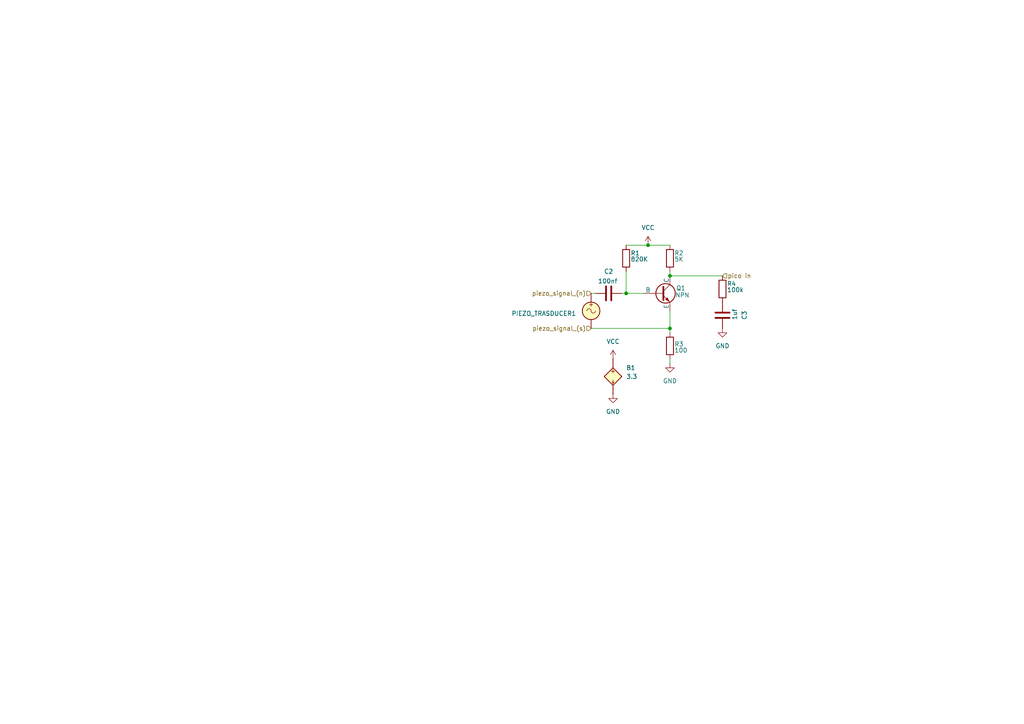
<source format=kicad_sch>
(kicad_sch (version 20250114) (generator "eeschema") (generator_version "9.0")
  (paper "A4")
  (lib_symbols
    (symbol "Device:C" (pin_numbers (hide yes)) (pin_names (offset 0.254))
      (property "Reference" "C" (at 0.635 2.54 0))
      (property "Value" "C" (at 0.635 -2.54 0))
      (symbol "C_0_1"
        (polyline (pts (xy -2.032 0.762) (xy 2.032 0.762)) (stroke (width 0.508)))
        (polyline (pts (xy -2.032 -0.762) (xy 2.032 -0.762)) (stroke (width 0.508)))
      )
      (symbol "C_1_1"
        (pin passive line (at 0 3.81 270) (length 2.794) (name "~") (number "1"))
        (pin passive line (at 0 -3.81 90) (length 2.794) (name "~") (number "2"))
      )
    )
    (symbol "Device:R" (pin_numbers (hide yes)) (pin_names (offset 0))
      (property "Reference" "R" (at 2.032 0 90))
      (property "Value" "R" (at 0 0 90))
      (symbol "R_0_1"
        (rectangle (start -1.016 -2.54) (end 1.016 2.54) (stroke (width 0.254)))
      )
      (symbol "R_1_1"
        (pin passive line (at 0 3.81 270) (length 1.27) (name "~") (number "1"))
        (pin passive line (at 0 -3.81 90) (length 1.27) (name "~") (number "2"))
      )
    )
    (symbol "Simulation_SPICE:BSOURCE" (pin_numbers (hide yes)) (pin_names (offset 1.016) (hide yes))
      (property "Reference" "B" (at 2.54 2.54 0))
      (property "Value" "BSOURCE" (at 2.54 0 0))
      (property "Sim.Params" "type=\"B\" model=\"v=1\"" (at 2.54 -2.54 0))
      (symbol "BSOURCE_0_1"
        (polyline (pts (xy 0 2.54) (xy -2.54 0) (xy 0 -2.54) (xy 2.54 0) (xy 0 2.54)) (stroke (width 0.254)) (fill (type background)))
        (polyline (pts (xy 0 -1.016) (xy 0 -2.032)))
        (polyline (pts (xy 0.254 -1.524) (xy 0 -2.032) (xy -0.254 -1.524)))
      )
      (symbol "BSOURCE_1_1"
        (polyline (pts (xy -0.508 1.524) (xy 0.508 1.524)))
        (polyline (pts (xy 0 1.016) (xy 0 2.032)))
        (pin passive line (at 0 5.08 270) (length 2.54) (name "N+") (number "1"))
        (pin passive line (at 0 -5.08 90) (length 2.54) (name "N-") (number "2"))
      )
    )
    (symbol "Simulation_SPICE:NPN" (pin_numbers (hide yes)) (pin_names (offset 0))
      (property "Reference" "Q" (at -2.54 7.62 0))
      (property "Value" "NPN" (at -2.54 5.08 0))
      (symbol "NPN_0_1"
        (polyline (pts (xy -2.54 0) (xy 0.635 0)) (stroke (width 0.1524)))
        (polyline (pts (xy 0.635 1.905) (xy 0.635 -1.905) (xy 0.635 -1.905)) (stroke (width 0.508)))
        (polyline (pts (xy 0.635 0.635) (xy 2.54 2.54)))
        (polyline (pts (xy 0.635 -0.635) (xy 2.54 -2.54) (xy 2.54 -2.54)))
        (circle (center 1.27 0) (radius 2.8194) (stroke (width 0.254)))
        (polyline (pts (xy 1.27 -1.778) (xy 1.778 -1.27) (xy 2.286 -2.286) (xy 1.27 -1.778) (xy 1.27 -1.778)) (fill (type outline)))
        (polyline (pts (xy 2.794 -1.27) (xy 2.794 -1.27)) (stroke (width 0.1524)))
        (polyline (pts (xy 2.794 -1.27) (xy 2.794 -1.27)) (stroke (width 0.1524)))
      )
      (symbol "NPN_1_1"
        (pin input line (at -5.08 0 0) (length 2.54) (name "B") (number "2"))
        (pin open_collector line (at 2.54 5.08 270) (length 2.54) (name "C") (number "1"))
        (pin open_emitter line (at 2.54 -5.08 90) (length 2.54) (name "E") (number "3"))
      )
    )
    (symbol "Simulation_SPICE:VSIN" (pin_numbers (hide yes)) (pin_names (offset 0.0254))
      (property "Reference" "V" (at 2.54 2.54 0))
      (property "Value" "VSIN" (at 2.54 0 0))
      (property "Sim.Params" "dc=0 ampl=1 f=1k ac=1" (at 2.54 -2.54 0))
      (symbol "VSIN_0_0"
        (arc (start -1.27 0) (mid -0.635 0.6323) (end 0 0))
        (arc (start 1.27 0) (mid 0.635 -0.6323) (end 0 0))
        (text "+" (at 0 1.905 0) (effects (font (size 1.27 1.27))))
      )
      (symbol "VSIN_0_1"
        (circle (center 0 0) (radius 2.54) (stroke (width 0.254)) (fill (type background)))
      )
      (symbol "VSIN_1_1"
        (pin passive line (at 0 5.08 270) (length 2.54) (name "~") (number "1"))
        (pin passive line (at 0 -5.08 90) (length 2.54) (name "~") (number "2"))
      )
    )
    (symbol "power:GND" (power) (pin_numbers (hide yes)) (pin_names (offset 0) (hide yes))
      (property "Value" "GND" (at 0 -3.81 0))
      (symbol "GND_0_1"
        (polyline (pts (xy 0 0) (xy 0 -1.27) (xy 1.27 -1.27) (xy 0 -2.54) (xy -1.27 -1.27) (xy 0 -1.27)))
      )
      (symbol "GND_1_1"
        (pin power_in line (at 0 0 270) (length 0) (name "~") (number "1"))
      )
    )
    (symbol "power:VCC" (power) (pin_numbers (hide yes)) (pin_names (offset 0) (hide yes))
      (property "Value" "VCC" (at 0 3.556 0))
      (symbol "VCC_0_1"
        (polyline (pts (xy -0.762 1.27) (xy 0 2.54)))
        (polyline (pts (xy 0 2.54) (xy 0.762 1.27)))
        (polyline (pts (xy 0 0) (xy 0 2.54)))
      )
      (symbol "VCC_1_1"
        (pin power_in line (at 0 0 90) (length 0) (name "~") (number "1"))
      )
    )
  )
  (junction (at 194.31 95.25))
  (junction (at 181.61 85.09))
  (junction (at 187.96 71.12))
  (junction (at 194.31 80.01))
  (wire (pts (xy 194.31 95.25) (xy 194.31 96.52)))
  (wire (pts (xy 181.61 78.74) (xy 181.61 85.09)))
  (wire (pts (xy 194.31 90.17) (xy 194.31 95.25)))
  (wire (pts (xy 194.31 80.01) (xy 209.55 80.01)))
  (wire (pts (xy 180.34 85.09) (xy 181.61 85.09)))
  (wire (pts (xy 172.72 85.09) (xy 171.45 85.09)))
  (wire (pts (xy 194.31 104.14) (xy 194.31 105.41)))
  (wire (pts (xy 171.45 95.25) (xy 194.31 95.25)))
  (wire (pts (xy 181.61 71.12) (xy 187.96 71.12)))
  (wire (pts (xy 187.96 71.12) (xy 194.31 71.12)))
  (wire (pts (xy 194.31 78.74) (xy 194.31 80.01)))
  (wire (pts (xy 181.61 85.09) (xy 186.69 85.09)))
  (hierarchical_label "piezo_signal_(n)" (shape input) (at 171.45 85.09 180))
  (hierarchical_label "piezo_signal_(s)" (shape input) (at 171.45 95.25 180))
  (hierarchical_label "pico in" (shape input) (at 209.55 80.01 0))
  (symbol (lib_id "Simulation_SPICE:NPN") (at 191.77 85.09 0) (unit 1)
    (property "Reference" "Q1" (at 196.088 83.5661 0) (effects (justify left)))
    (property "Value" "NPN" (at 195.834 85.598 0) (effects (justify left)))
    (property "Datasheet" "https://ngspice.sourceforge.io/docs/ngspice-html-manual/manual.xhtml#cha_BJTs" (effects (hide yes)))
    (property "Description" "Bipolar transistor symbol for simulation only, substrate tied to the emitter" (effects (hide yes)))
    (property "Sim.Device" "NPN" (effects (hide yes)))
    (property "Sim.Type" "GUMMELPOON" (effects (hide yes)))
    (property "Sim.Pins" "1=C 2=B 3=E" (effects (hide yes)))
    (property "Sim.Library" "/Users/lorenzodaidone/MY_DOCS/circuits/KIKAD/SPICE/bc547c/BC547C_SPICE_Model_FIXED (1).MOD" (effects (hide yes)))
    (property "Sim.Name" "BC547C" (effects (hide yes)))
  )
  (symbol (lib_id "Device:R") (at 194.31 74.93 0) (unit 1)
    (property "Reference" "R2" (at 195.58 73.406 0) (effects (justify left)))
    (property "Value" "5K" (at 195.58 75.184 0) (effects (justify left)))
    (property "Description" "Resistor" (effects (hide yes)))
  )
  (symbol (lib_id "Device:C") (at 176.53 85.09 90) (unit 1)
    (property "Reference" "C2" (at 176.53 78.74 90))
    (property "Value" "100nf" (at 176.276 81.534 90))
    (property "Description" "Unpolarized capacitor" (effects (hide yes)))
  )
  (symbol (lib_id "power:GND") (at 177.8 114.3 0) (unit 1)
    (property "Reference" "#PWR01" (effects (hide yes)))
    (property "Value" "GND" (at 177.8 119.38 0))
    (property "Description" "Power symbol creates a global label with name \"GND\" , ground" (effects (hide yes)))
  )
  (symbol (lib_id "Simulation_SPICE:BSOURCE") (at 177.8 109.22 0) (unit 1)
    (property "Reference" "B1" (at 181.61 106.6799 0) (effects (justify left)))
    (property "Value" "3.3" (at 181.61 109.2199 0) (effects (justify left)))
    (property "Datasheet" "https://ngspice.sourceforge.io/docs/ngspice-html-manual/manual.xhtml#sec_Non_linear_Dependent_Sources" (effects (hide yes)))
    (property "Description" "Arbitrary behavioral voltage or current source for simulation only" (effects (hide yes)))
    (property "Sim.Device" "V" (effects (hide yes)))
    (property "Sim.Type" "DC" (effects (hide yes)))
    (property "Sim.Pins" "1=+ 2=-" (effects (hide yes)))
  )
  (symbol (lib_id "Device:R") (at 194.31 100.33 0) (unit 1)
    (property "Reference" "R3" (at 195.58 99.822 0) (effects (justify left)))
    (property "Value" "100" (at 195.58 101.6 0) (effects (justify left)))
    (property "Description" "Resistor" (effects (hide yes)))
  )
  (symbol (lib_id "power:GND") (at 194.31 105.41 0) (unit 1)
    (property "Reference" "#PWR05" (effects (hide yes)))
    (property "Value" "GND" (at 194.31 110.49 0))
    (property "Description" "Power symbol creates a global label with name \"GND\" , ground" (effects (hide yes)))
  )
  (symbol (lib_id "Device:C") (at 209.55 91.44 0) (unit 1)
    (property "Reference" "C3" (at 215.9 91.44 90))
    (property "Value" "1uf" (at 213.106 91.186 90))
    (property "Description" "Unpolarized capacitor" (effects (hide yes)))
  )
  (symbol (lib_id "power:VCC") (at 187.96 71.12 0) (unit 1)
    (property "Reference" "#PWR03" (effects (hide yes)))
    (property "Value" "VCC" (at 187.96 66.04 0))
    (property "Description" "Power symbol creates a global label with name \"VCC\"" (effects (hide yes)))
  )
  (symbol (lib_id "Device:R") (at 209.55 83.82 0) (unit 1)
    (property "Reference" "R4" (at 210.82 82.296 0) (effects (justify left)))
    (property "Value" "100k" (at 210.82 84.074 0) (effects (justify left)))
    (property "Description" "Resistor" (effects (hide yes)))
  )
  (symbol (lib_id "Simulation_SPICE:VSIN") (at 171.45 90.17 0) (unit 1)
    (property "Reference" "PIEZO_TRASDUCER1" (at 148.336 90.932 0) (effects (justify left)))
    (property "Value" "VSIN" (effects (hide yes)))
    (property "Datasheet" "https://ngspice.sourceforge.io/docs/ngspice-html-manual/manual.xhtml#sec_Independent_Sources_for" (effects (hide yes)))
    (property "Description" "Voltage source, sinusoidal" (effects (hide yes)))
    (property "Sim.Pins" "1=+ 2=-" (effects (hide yes)))
    (property "Sim.Params" "dc=0 ampl=100m f=40K td=0 theta=0 phase=0 ac=1" (effects (hide yes)))
    (property "Sim.Type" "SIN" (effects (hide yes)))
    (property "Sim.Device" "V" (effects (hide yes)))
  )
  (symbol (lib_id "power:GND") (at 209.55 95.25 0) (unit 1)
    (property "Reference" "#PWR04" (effects (hide yes)))
    (property "Value" "GND" (at 209.55 100.33 0))
    (property "Description" "Power symbol creates a global label with name \"GND\" , ground" (effects (hide yes)))
  )
  (symbol (lib_id "Device:R") (at 181.61 74.93 0) (unit 1)
    (property "Reference" "R1" (at 182.88 73.406 0) (effects (justify left)))
    (property "Value" "820K" (at 182.88 75.184 0) (effects (justify left)))
    (property "Description" "Resistor" (effects (hide yes)))
  )
  (symbol (lib_id "power:VCC") (at 177.8 104.14 0) (unit 1)
    (property "Reference" "#PWR02" (effects (hide yes)))
    (property "Value" "VCC" (at 177.8 99.06 0))
    (property "Description" "Power symbol creates a global label with name \"VCC\"" (effects (hide yes)))
  )
)
</source>
